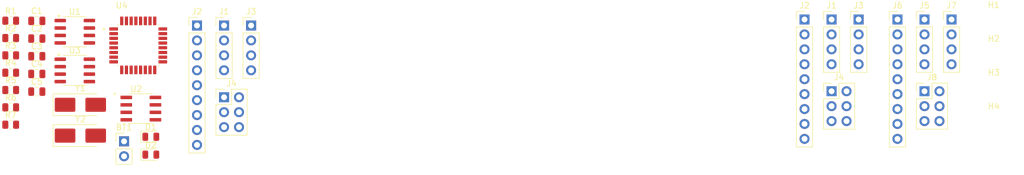
<source format=kicad_pcb>
(kicad_pcb (version 20241229) (generator "pcbnew") (generator_version "9.0")
  (title_block (title "MCU Datalogger") (rev "1") (company "Echapare, Precious Nedilyn B.") (comment 1 "2-layer PCB version"))
  (layers (0 "F.Cu" mixed) (2 "B.Cu" mixed) (13 "F.Paste" user) (15 "B.Paste" user) (5 "F.SilkS" user "F.Silkscreen") (7 "B.SilkS" user "B.Silkscreen") (1 "F.Mask" user) (3 "B.Mask" user) (25 "Edge.Cuts" user))
  (property "project_precious" "MCU Datalogger with memory and clock")
  (net 0 "")
  (net 1 "Net-(BT1-+)")
  (net 2 "GND")
  (net 3 "Vcc")
  (net 4 "Net-(U4-PB6)")
  (net 5 "Net-(U4-PB7)")
  (net 6 "Net-(U4-AREF)")
  (net 7 "SCK")
  (net 8 "Net-(D1-K)")
  (net 9 "Net-(D2-K)")
  (net 10 "SDA")
  (net 11 "D7")
  (net 12 "D8")
  (net 13 "D6")
  (net 14 "D4")
  (net 15 "D3")
  (net 16 "D2")
  (net 40 "D5")
  (net 41 "RX")
  (net 42 "TX")
  (net 43 "RESET")
  (net 44 "MOSI")
  (net 45 "MISO")
  (net 46 "Net-(U2-~{INTA})")
  (net 47 "Net-(U2-SQW{slash}~INT)")
  (net 48 "SCL")
  (net 49 "Net-(U2-X2)")
  (net 50 "Net-(U2-X1)")
  (footprint "Connector_PinHeader_2.54mm:PinHeader_1x04_P2.54mm_Vertical" (layer "F.Cu") (at 114.955 46.445)
    (property "Reference" "J3" (at 0 -2.38 0) (layer "F.SilkS"))
    (property "Value" "Conn_01x04_Male")
    (fp_line (start -1.38 -1.38) (end 0 -1.38) (stroke (width 0.12)) (layer "F.SilkS"))
    (fp_line (start -1.38 0) (end -1.38 -1.38) (stroke (width 0.12)) (layer "F.SilkS"))
    (fp_line (start -1.38 1.27) (end -1.38 9) (stroke (width 0.12)) (layer "F.SilkS"))
    (fp_line (start -1.38 1.27) (end 1.38 1.27) (stroke (width 0.12)) (layer "F.SilkS"))
    (fp_line (start -1.38 9) (end 1.38 9) (stroke (width 0.12)) (layer "F.SilkS"))
    (fp_line (start 1.38 1.27) (end 1.38 9) (stroke (width 0.12)) (layer "F.SilkS"))
    (pad "1" thru_hole rect (at 0 0) (size 1.7 1.7) (drill 1) (layers "*.Cu" "*.Mask"))
    (pad "2" thru_hole circle (at 0 2.54) (size 1.7 1.7) (drill 1) (layers "*.Cu" "*.Mask"))
    (pad "3" thru_hole circle (at 0 5.08) (size 1.7 1.7) (drill 1) (layers "*.Cu" "*.Mask"))
    (pad "4" thru_hole circle (at 0 7.62) (size 1.7 1.7) (drill 1) (layers "*.Cu" "*.Mask"))
  )
  (footprint "Connector_PinHeader_2.54mm:PinHeader_2x03_P2.54mm_Vertical" (layer "F.Cu") (at 229.24 57.63)
    (property "Reference" "J8" (at 1.27 -2.38 0) (layer "F.SilkS"))
    (property "Value" "Conn_02x03_Odd_Even")
    (fp_line (start -1.38 -1.38) (end 0 -1.38) (stroke (width 0.12)) (layer "F.SilkS"))
    (fp_line (start -1.38 0) (end -1.38 -1.38) (stroke (width 0.12)) (layer "F.SilkS"))
    (fp_line (start -1.38 1.27) (end -1.38 6.46) (stroke (width 0.12)) (layer "F.SilkS"))
    (fp_line (start -1.38 1.27) (end 1.27 1.27) (stroke (width 0.12)) (layer "F.SilkS"))
    (fp_line (start -1.38 6.46) (end 3.92 6.46) (stroke (width 0.12)) (layer "F.SilkS"))
    (fp_line (start 1.27 -1.38) (end 3.92 -1.38) (stroke (width 0.12)) (layer "F.SilkS"))
    (fp_line (start 1.27 1.27) (end 1.27 -1.38) (stroke (width 0.12)) (layer "F.SilkS"))
    (fp_line (start 3.92 -1.38) (end 3.92 6.46) (stroke (width 0.12)) (layer "F.SilkS"))
    (pad "1" thru_hole rect (at 0 0) (size 1.7 1.7) (drill 1) (layers "*.Cu" "*.Mask") (net 45 "MISO"))
    (pad "2" thru_hole circle (at 2.54 0) (size 1.7 1.7) (drill 1) (layers "*.Cu" "*.Mask") (net 3 "Vcc"))
    (pad "3" thru_hole circle (at 0 2.54) (size 1.7 1.7) (drill 1) (layers "*.Cu" "*.Mask") (net 7 "SCK"))
    (pad "4" thru_hole circle (at 2.54 2.54) (size 1.7 1.7) (drill 1) (layers "*.Cu" "*.Mask") (net 44 "MOSI"))
    (pad "5" thru_hole circle (at 0 5.08) (size 1.7 1.7) (drill 1) (layers "*.Cu" "*.Mask") (net 43 "RESET"))
    (pad "6" thru_hole circle (at 2.54 5.08) (size 1.7 1.7) (drill 1) (layers "*.Cu" "*.Mask") (net 2 "GND"))
  )
  (footprint "Resistor_SMD:R_0805_2012Metric" (layer "F.Cu") (at 74.155 57.425)
    (property "Reference" "R5" (at 0 -1.65 0) (layer "F.SilkS"))
    (property "Value" "330")
    (fp_line (start -0.227064 -0.735) (end 0.227064 -0.735) (stroke (width 0.12)) (layer "F.SilkS"))
    (fp_line (start -0.227064 0.735) (end 0.227064 0.735) (stroke (width 0.12)) (layer "F.SilkS"))
    (pad "1" smd roundrect (at -0.9125 0) (size 1.025 1.4) (layers "F.Cu" "F.Mask" "F.Paste") (roundrect_rratio 0.243902) (net 2 "GND"))
    (pad "2" smd roundrect (at 0.9125 0) (size 1.025 1.4) (layers "F.Cu" "F.Mask" "F.Paste") (roundrect_rratio 0.243902) (net 8 "Net-(D1-K)"))
  )
  (footprint "ATMEGA328P_AU:QFP80P900X900X120-32N" (layer "F.Cu") (at 95.8 49.83)
    (property "Reference" "U4" (at -2.795 -6.79 0) (layer "F.SilkS"))
    (property "Value" "ATMEGA328P-AU")
    (fp_line (start -3.5 -3.5) (end -3.5 -3.395) (stroke (width 0.127)) (layer "F.SilkS"))
    (fp_line (start -3.5 -3.5) (end -3.395 -3.5) (stroke (width 0.127)) (layer "F.SilkS"))
    (fp_line (start -3.5 3.5) (end -3.5 3.395) (stroke (width 0.127)) (layer "F.SilkS"))
    (fp_line (start -3.5 3.5) (end -3.395 3.5) (stroke (width 0.127)) (layer "F.SilkS"))
    (fp_line (start 3.5 -3.5) (end 3.395 -3.5) (stroke (width 0.127)) (layer "F.SilkS"))
    (fp_line (start 3.5 -3.5) (end 3.5 -3.395) (stroke (width 0.127)) (layer "F.SilkS"))
    (fp_line (start 3.5 3.5) (end 3.395 3.5) (stroke (width 0.127)) (layer "F.SilkS"))
    (fp_line (start 3.5 3.5) (end 3.5 3.395) (stroke (width 0.127)) (layer "F.SilkS"))
    (fp_circle (center -5.84 -2.8) (end -5.74 -2.8) (stroke (width 0.2)) (fill no) (layer "F.SilkS"))
    (pad "1" smd roundrect (at -4.17 -2.8) (size 1.47 0.55) (layers "F.Cu" "F.Mask" "F.Paste") (roundrect_rratio 0.125) (net 15 "D3"))
    (pad "2" smd roundrect (at -4.17 -2) (size 1.47 0.55) (layers "F.Cu" "F.Mask" "F.Paste") (roundrect_rratio 0.125) (net 14 "D4"))
    (pad "3" smd roundrect (at -4.17 -1.2) (size 1.47 0.55) (layers "F.Cu" "F.Mask" "F.Paste") (roundrect_rratio 0.125) (net 2 "GND"))
    (pad "4" smd roundrect (at -4.17 -0.4) (size 1.47 0.55) (layers "F.Cu" "F.Mask" "F.Paste") (roundrect_rratio 0.125) (net 1 "Net-(BT1-+)"))
    (pad "5" smd roundrect (at -4.17 0.4) (size 1.47 0.55) (layers "F.Cu" "F.Mask" "F.Paste") (roundrect_rratio 0.125) (net 2 "GND"))
    (pad "6" smd roundrect (at -4.17 1.2) (size 1.47 0.55) (layers "F.Cu" "F.Mask" "F.Paste") (roundrect_rratio 0.125))
    (pad "7" smd roundrect (at -4.17 2) (size 1.47 0.55) (layers "F.Cu" "F.Mask" "F.Paste") (roundrect_rratio 0.125) (net 4 "Net-(U4-PB6)"))
    (pad "8" smd roundrect (at -4.17 2.8) (size 1.47 0.55) (layers "F.Cu" "F.Mask" "F.Paste") (roundrect_rratio 0.125) (net 5 "Net-(U4-PB7)"))
    (pad "9" smd roundrect (at -2.8 4.17) (size 0.55 1.47) (layers "F.Cu" "F.Mask" "F.Paste") (roundrect_rratio 0.125) (net 40 "D5"))
    (pad "10" smd roundrect (at -2 4.17) (size 0.55 1.47) (layers "F.Cu" "F.Mask" "F.Paste") (roundrect_rratio 0.125) (net 13 "D6"))
    (pad "11" smd roundrect (at -1.2 4.17) (size 0.55 1.47) (layers "F.Cu" "F.Mask" "F.Paste") (roundrect_rratio 0.125) (net 11 "D7"))
    (pad "12" smd roundrect (at -0.4 4.17) (size 0.55 1.47) (layers "F.Cu" "F.Mask" "F.Paste") (roundrect_rratio 0.125) (net 12 "D8"))
    (pad "13" smd roundrect (at 0.4 4.17) (size 0.55 1.47) (layers "F.Cu" "F.Mask" "F.Paste") (roundrect_rratio 0.125))
    (pad "14" smd roundrect (at 1.2 4.17) (size 0.55 1.47) (layers "F.Cu" "F.Mask" "F.Paste") (roundrect_rratio 0.125))
    (pad "15" smd roundrect (at 2 4.17) (size 0.55 1.47) (layers "F.Cu" "F.Mask" "F.Paste") (roundrect_rratio 0.125) (net 44 "MOSI"))
    (pad "16" smd roundrect (at 2.8 4.17) (size 0.55 1.47) (layers "F.Cu" "F.Mask" "F.Paste") (roundrect_rratio 0.125) (net 45 "MISO"))
    (pad "17" smd roundrect (at 4.17 2.8) (size 1.47 0.55) (layers "F.Cu" "F.Mask" "F.Paste") (roundrect_rratio 0.125) (net 7 "SCK"))
    (pad "18" smd roundrect (at 4.17 2) (size 1.47 0.55) (layers "F.Cu" "F.Mask" "F.Paste") (roundrect_rratio 0.125) (net 1 "Net-(BT1-+)"))
    (pad "19" smd roundrect (at 4.17 1.2) (size 1.47 0.55) (layers "F.Cu" "F.Mask" "F.Paste") (roundrect_rratio 0.125))
    (pad "20" smd roundrect (at 4.17 0.4) (size 1.47 0.55) (layers "F.Cu" "F.Mask" "F.Paste") (roundrect_rratio 0.125) (net 6 "Net-(U4-AREF)"))
    (pad "21" smd roundrect (at 4.17 -0.4) (size 1.47 0.55) (layers "F.Cu" "F.Mask" "F.Paste") (roundrect_rratio 0.125) (net 2 "GND"))
    (pad "22" smd roundrect (at 4.17 -1.2) (size 1.47 0.55) (layers "F.Cu" "F.Mask" "F.Paste") (roundrect_rratio 0.125))
    (pad "23" smd roundrect (at 4.17 -2) (size 1.47 0.55) (layers "F.Cu" "F.Mask" "F.Paste") (roundrect_rratio 0.125))
    (pad "24" smd roundrect (at 4.17 -2.8) (size 1.47 0.55) (layers "F.Cu" "F.Mask" "F.Paste") (roundrect_rratio 0.125))
    (pad "25" smd roundrect (at 2.8 -4.17) (size 0.55 1.47) (layers "F.Cu" "F.Mask" "F.Paste") (roundrect_rratio 0.125))
    (pad "26" smd roundrect (at 2 -4.17) (size 0.55 1.47) (layers "F.Cu" "F.Mask" "F.Paste") (roundrect_rratio 0.125))
    (pad "27" smd roundrect (at 1.2 -4.17) (size 0.55 1.47) (layers "F.Cu" "F.Mask" "F.Paste") (roundrect_rratio 0.125) (net 10 "SDA"))
    (pad "28" smd roundrect (at 0.4 -4.17) (size 0.55 1.47) (layers "F.Cu" "F.Mask" "F.Paste") (roundrect_rratio 0.125) (net 7 "SCK"))
    (pad "29" smd roundrect (at -0.4 -4.17) (size 0.55 1.47) (layers "F.Cu" "F.Mask" "F.Paste") (roundrect_rratio 0.125) (net 43 "RESET"))
    (pad "30" smd roundrect (at -1.2 -4.17) (size 0.55 1.47) (layers "F.Cu" "F.Mask" "F.Paste") (roundrect_rratio 0.125) (net 41 "RX"))
    (pad "31" smd roundrect (at -2 -4.17) (size 0.55 1.47) (layers "F.Cu" "F.Mask" "F.Paste") (roundrect_rratio 0.125) (net 42 "TX"))
    (pad "32" smd roundrect (at -2.8 -4.17) (size 0.55 1.47) (layers "F.Cu" "F.Mask" "F.Paste") (roundrect_rratio 0.125) (net 16 "D2"))
  )
  (footprint "LED_SMD:LED_0805_2012Metric" (layer "F.Cu") (at 97.935 65.38)
    (property "Reference" "D1" (at 0 -1.65 0) (layer "F.SilkS"))
    (property "Value" "LED")
    (fp_line (start -1.685 -0.96) (end -1.685 0.96) (stroke (width 0.12)) (layer "F.SilkS"))
    (fp_line (start -1.685 0.96) (end 1 0.96) (stroke (width 0.12)) (layer "F.SilkS"))
    (fp_line (start 1 -0.96) (end -1.685 -0.96) (stroke (width 0.12)) (layer "F.SilkS"))
    (pad "1" smd roundrect (at -0.9375 0) (size 0.975 1.4) (layers "F.Cu" "F.Mask" "F.Paste") (net 8 "Net-(D1-K)"))
    (pad "2" smd roundrect (at 0.9375 0) (size 0.975 1.4) (layers "F.Cu" "F.Mask" "F.Paste") (net 7 "SCK"))
  )
  (footprint "Resistor_SMD:R_0805_2012Metric" (layer "F.Cu") (at 74.155 51.525)
    (property "Reference" "R3" (at 0 -1.65 0) (layer "F.SilkS"))
    (property "Value" "4.7K")
    (fp_line (start -0.227064 -0.735) (end 0.227064 -0.735) (stroke (width 0.12)) (layer "F.SilkS"))
    (fp_line (start -0.227064 0.735) (end 0.227064 0.735) (stroke (width 0.12)) (layer "F.SilkS"))
    (pad "1" smd roundrect (at -0.9125 0) (size 1.025 1.4) (layers "F.Cu" "F.Mask" "F.Paste") (roundrect_rratio 0.243902) (net 3 "Vcc"))
    (pad "2" smd roundrect (at 0.9125 0) (size 1.025 1.4) (layers "F.Cu" "F.Mask" "F.Paste") (roundrect_rratio 0.243902) (net 7 "SCK"))
  )
  (footprint "LED_SMD:LED_0805_2012Metric" (layer "F.Cu") (at 97.935 68.42)
    (property "Reference" "D2" (at 0 -1.65 0) (layer "F.SilkS"))
    (property "Value" "LED")
    (fp_line (start -1.685 -0.96) (end -1.685 0.96) (stroke (width 0.12)) (layer "F.SilkS"))
    (fp_line (start -1.685 0.96) (end 1 0.96) (stroke (width 0.12)) (layer "F.SilkS"))
    (fp_line (start 1 -0.96) (end -1.685 -0.96) (stroke (width 0.12)) (layer "F.SilkS"))
    (pad "1" smd roundrect (at -0.9375 0) (size 0.975 1.4) (layers "F.Cu" "F.Mask" "F.Paste") (net 9 "Net-(D2-K)"))
    (pad "2" smd roundrect (at 0.9375 0) (size 0.975 1.4) (layers "F.Cu" "F.Mask" "F.Paste") (net 1 "Net-(BT1-+)"))
  )
  (footprint "Connector_PinHeader_2.54mm:PinHeader_2x03_P2.54mm_Vertical" (layer "F.Cu") (at 213.47 57.63)
    (property "Reference" "J4" (at 1.27 -2.38 0) (layer "F.SilkS"))
    (property "Value" "Conn_02x03_Odd_Even")
    (fp_line (start -1.38 -1.38) (end 0 -1.38) (stroke (width 0.12)) (layer "F.SilkS"))
    (fp_line (start -1.38 0) (end -1.38 -1.38) (stroke (width 0.12)) (layer "F.SilkS"))
    (fp_line (start -1.38 1.27) (end -1.38 6.46) (stroke (width 0.12)) (layer "F.SilkS"))
    (fp_line (start -1.38 1.27) (end 1.27 1.27) (stroke (width 0.12)) (layer "F.SilkS"))
    (fp_line (start -1.38 6.46) (end 3.92 6.46) (stroke (width 0.12)) (layer "F.SilkS"))
    (fp_line (start 1.27 -1.38) (end 3.92 -1.38) (stroke (width 0.12)) (layer "F.SilkS"))
    (fp_line (start 1.27 1.27) (end 1.27 -1.38) (stroke (width 0.12)) (layer "F.SilkS"))
    (fp_line (start 3.92 -1.38) (end 3.92 6.46) (stroke (width 0.12)) (layer "F.SilkS"))
    (pad "1" thru_hole rect (at 0 0) (size 1.7 1.7) (drill 1) (layers "*.Cu" "*.Mask") (net 45 "MISO"))
    (pad "2" thru_hole circle (at 2.54 0) (size 1.7 1.7) (drill 1) (layers "*.Cu" "*.Mask") (net 3 "Vcc"))
    (pad "3" thru_hole circle (at 0 2.54) (size 1.7 1.7) (drill 1) (layers "*.Cu" "*.Mask") (net 7 "SCK"))
    (pad "4" thru_hole circle (at 2.54 2.54) (size 1.7 1.7) (drill 1) (layers "*.Cu" "*.Mask") (net 44 "MOSI"))
    (pad "5" thru_hole circle (at 0 5.08) (size 1.7 1.7) (drill 1) (layers "*.Cu" "*.Mask") (net 43 "RESET"))
    (pad "6" thru_hole circle (at 2.54 5.08) (size 1.7 1.7) (drill 1) (layers "*.Cu" "*.Mask") (net 2 "GND"))
  )
  (footprint "Resistor_SMD:R_0805_2012Metric" (layer "F.Cu") (at 74.155 63.325)
    (property "Reference" "R7" (at 0 -1.65 0) (layer "F.SilkS"))
    (property "Value" "330")
    (fp_line (start -0.227064 -0.735) (end 0.227064 -0.735) (stroke (width 0.12)) (layer "F.SilkS"))
    (fp_line (start -0.227064 0.735) (end 0.227064 0.735) (stroke (width 0.12)) (layer "F.SilkS"))
    (pad "1" smd roundrect (at -0.9125 0) (size 1.025 1.4) (layers "F.Cu" "F.Mask" "F.Paste") (roundrect_rratio 0.243902) (net 9 "Net-(D2-K)"))
    (pad "2" smd roundrect (at 0.9125 0) (size 1.025 1.4) (layers "F.Cu" "F.Mask" "F.Paste") (roundrect_rratio 0.243902) (net 2 "GND"))
  )
  (footprint "Resistor_SMD:R_0805_2012Metric" (layer "F.Cu") (at 74.155 45.625)
    (property "Reference" "R1" (at 0 -1.65 0) (layer "F.SilkS"))
    (property "Value" "10K")
    (fp_line (start -0.227064 -0.735) (end 0.227064 -0.735) (stroke (width 0.12)) (layer "F.SilkS"))
    (fp_line (start -0.227064 0.735) (end 0.227064 0.735) (stroke (width 0.12)) (layer "F.SilkS"))
    (pad "1" smd roundrect (at -0.9125 0) (size 1.025 1.4) (layers "F.Cu" "F.Mask" "F.Paste") (roundrect_rratio 0.243902) (net 3 "Vcc"))
    (pad "2" smd roundrect (at 0.9125 0) (size 1.025 1.4) (layers "F.Cu" "F.Mask" "F.Paste") (roundrect_rratio 0.243902) (net 46 "Net-(U2-~{INTA})"))
  )
  (footprint "Resistor_SMD:R_0805_2012Metric" (layer "F.Cu") (at 74.155 60.375)
    (property "Reference" "R6" (at 0 -1.65 0) (layer "F.SilkS"))
    (property "Value" "10K")
    (fp_line (start -0.227064 -0.735) (end 0.227064 -0.735) (stroke (width 0.12)) (layer "F.SilkS"))
    (fp_line (start -0.227064 0.735) (end 0.227064 0.735) (stroke (width 0.12)) (layer "F.SilkS"))
    (pad "1" smd roundrect (at -0.9125 0) (size 1.025 1.4) (layers "F.Cu" "F.Mask" "F.Paste") (roundrect_rratio 0.243902) (net 3 "Vcc"))
    (pad "2" smd roundrect (at 0.9125 0) (size 1.025 1.4) (layers "F.Cu" "F.Mask" "F.Paste") (roundrect_rratio 0.243902) (net 43 "RESET"))
  )
  (footprint "Crystal:Crystal_SMD_5032-2Pin_5.0x3.2mm_HandSoldering" (layer "F.Cu") (at 85.98 59.935)
    (property "Reference" "Y1" (at 0 -2.8 0) (layer "F.SilkS"))
    (property "Value" "32.768 KHz")
    (fp_line (start -4.61 -1.86) (end -4.61 1.86) (stroke (width 0.12)) (layer "F.SilkS"))
    (fp_line (start -4.61 1.86) (end 2.76 1.86) (stroke (width 0.12)) (layer "F.SilkS"))
    (fp_line (start 2.76 -1.86) (end -4.61 -1.86) (stroke (width 0.12)) (layer "F.SilkS"))
    (pad "1" smd roundrect (at -2.6 0) (size 3.5 2.4) (layers "F.Cu" "F.Mask" "F.Paste") (roundrect_rratio 0.104167) (net 49 "Net-(U2-X2)"))
    (pad "2" smd roundrect (at 2.6 0) (size 3.5 2.4) (layers "F.Cu" "F.Mask" "F.Paste") (roundrect_rratio 0.104167) (net 50 "Net-(U2-X1)"))
  )
  (footprint "Connector_PinHeader_2.54mm:PinHeader_1x04_P2.54mm_Vertical" (layer "F.Cu") (at 229.24 45.42)
    (property "Reference" "J5" (at 0 -2.38 0) (layer "F.SilkS"))
    (property "Value" "Conn_01x04_Male")
    (fp_line (start -1.38 -1.38) (end 0 -1.38) (stroke (width 0.12)) (layer "F.SilkS"))
    (fp_line (start -1.38 0) (end -1.38 -1.38) (stroke (width 0.12)) (layer "F.SilkS"))
    (fp_line (start -1.38 1.27) (end -1.38 9) (stroke (width 0.12)) (layer "F.SilkS"))
    (fp_line (start -1.38 1.27) (end 1.38 1.27) (stroke (width 0.12)) (layer "F.SilkS"))
    (fp_line (start -1.38 9) (end 1.38 9) (stroke (width 0.12)) (layer "F.SilkS"))
    (fp_line (start 1.38 1.27) (end 1.38 9) (stroke (width 0.12)) (layer "F.SilkS"))
    (pad "1" thru_hole rect (at 0 0) (size 1.7 1.7) (drill 1) (layers "*.Cu" "*.Mask") (net 2 "GND"))
    (pad "2" thru_hole circle (at 0 2.54) (size 1.7 1.7) (drill 1) (layers "*.Cu" "*.Mask") (net 3 "Vcc"))
    (pad "3" thru_hole circle (at 0 5.08) (size 1.7 1.7) (drill 1) (layers "*.Cu" "*.Mask") (net 10 "SDA"))
    (pad "4" thru_hole circle (at 0 7.62) (size 1.7 1.7) (drill 1) (layers "*.Cu" "*.Mask") (net 7 "SCK"))
  )
  (footprint "Capacitor_SMD:C_0805_2012Metric" (layer "F.Cu") (at 78.585 48.665)
    (property "Reference" "C2" (at 0 -1.68 0) (layer "F.SilkS"))
    (property "Value" "22pF")
    (fp_line (start -0.261252 -0.735) (end 0.261252 -0.735) (stroke (width 0.12)) (layer "F.SilkS"))
    (fp_line (start -0.261252 0.735) (end 0.261252 0.735) (stroke (width 0.12)) (layer "F.SilkS"))
    (pad "1" smd roundrect (at -0.95 0) (size 1 1.45) (layers "F.Cu" "F.Mask" "F.Paste") (net 4 "Net-(U4-PB6)"))
    (pad "2" smd roundrect (at 0.95 0) (size 1 1.45) (layers "F.Cu" "F.Mask" "F.Paste") (net 2 "GND"))
  )
  (footprint "Connector_PinHeader_2.54mm:PinHeader_1x09_P2.54mm_Vertical" (layer "F.Cu") (at 105.775 46.445)
    (property "Reference" "J2" (at 0 -2.38 0) (layer "F.SilkS"))
    (property "Value" "Conn_01x09_Male")
    (fp_line (start -1.38 -1.38) (end 0 -1.38) (stroke (width 0.12)) (layer "F.SilkS"))
    (fp_line (start -1.38 0) (end -1.38 -1.38) (stroke (width 0.12)) (layer "F.SilkS"))
    (fp_line (start -1.38 1.27) (end -1.38 21.7) (stroke (width 0.12)) (layer "F.SilkS"))
    (fp_line (start -1.38 1.27) (end 1.38 1.27) (stroke (width 0.12)) (layer "F.SilkS"))
    (fp_line (start -1.38 21.7) (end 1.38 21.7) (stroke (width 0.12)) (layer "F.SilkS"))
    (fp_line (start 1.38 1.27) (end 1.38 21.7) (stroke (width 0.12)) (layer "F.SilkS"))
    (pad "1" thru_hole rect (at 0 0) (size 1.7 1.7) (drill 1) (layers "*.Cu" "*.Mask"))
    (pad "2" thru_hole circle (at 0 2.54) (size 1.7 1.7) (drill 1) (layers "*.Cu" "*.Mask"))
    (pad "3" thru_hole circle (at 0 5.08) (size 1.7 1.7) (drill 1) (layers "*.Cu" "*.Mask"))
    (pad "4" thru_hole circle (at 0 7.62) (size 1.7 1.7) (drill 1) (layers "*.Cu" "*.Mask"))
    (pad "5" thru_hole circle (at 0 10.16) (size 1.7 1.7) (drill 1) (layers "*.Cu" "*.Mask"))
    (pad "6" thru_hole circle (at 0 12.7) (size 1.7 1.7) (drill 1) (layers "*.Cu" "*.Mask"))
    (pad "7" thru_hole circle (at 0 15.24) (size 1.7 1.7) (drill 1) (layers "*.Cu" "*.Mask"))
    (pad "8" thru_hole circle (at 0 17.78) (size 1.7 1.7) (drill 1) (layers "*.Cu" "*.Mask"))
    (pad "9" thru_hole circle (at 0 20.32) (size 1.7 1.7) (drill 1) (layers "*.Cu" "*.Mask"))
  )
  (footprint "MountingHole:MountingHole_2.1mm" (layer "F.Cu") (at 241 51.75)
    (property "Reference" "H2" (at 0 -3.05 0) (layer "F.SilkS"))
    (property "Value" "MountingHole")
    (pad "" np_thru_hole circle (at 0 0) (size 2.1 2.1) (drill 2.1) (layers "*.Cu" "*.Mask"))
  )
  (footprint "Crystal:Crystal_SMD_5032-2Pin_5.0x3.2mm_HandSoldering" (layer "F.Cu") (at 85.98 65.185)
    (property "Reference" "Y2" (at 0 -2.8 0) (layer "F.SilkS"))
    (property "Value" "16 MHz")
    (fp_line (start -4.61 -1.86) (end -4.61 1.86) (stroke (width 0.12)) (layer "F.SilkS"))
    (fp_line (start -4.61 1.86) (end 2.76 1.86) (stroke (width 0.12)) (layer "F.SilkS"))
    (fp_line (start 2.76 -1.86) (end -4.61 -1.86) (stroke (width 0.12)) (layer "F.SilkS"))
    (pad "1" smd roundrect (at -2.6 0) (size 3.5 2.4) (layers "F.Cu" "F.Mask" "F.Paste") (roundrect_rratio 0.104167) (net 5 "Net-(U4-PB7)"))
    (pad "2" smd roundrect (at 2.6 0) (size 3.5 2.4) (layers "F.Cu" "F.Mask" "F.Paste") (roundrect_rratio 0.104167) (net 4 "Net-(U4-PB6)"))
  )
  (footprint "Resistor_SMD:R_0805_2012Metric" (layer "F.Cu") (at 74.155 48.575)
    (property "Reference" "R2" (at 0 -1.65 0) (layer "F.SilkS"))
    (property "Value" "10K")
    (fp_line (start -0.227064 -0.735) (end 0.227064 -0.735) (stroke (width 0.12)) (layer "F.SilkS"))
    (fp_line (start -0.227064 0.735) (end 0.227064 0.735) (stroke (width 0.12)) (layer "F.SilkS"))
    (pad "1" smd roundrect (at -0.9125 0) (size 1.025 1.4) (layers "F.Cu" "F.Mask" "F.Paste") (roundrect_rratio 0.243902) (net 3 "Vcc"))
    (pad "2" smd roundrect (at 0.9125 0) (size 1.025 1.4) (layers "F.Cu" "F.Mask" "F.Paste") (roundrect_rratio 0.243902) (net 47 "Net-(U2-SQW{slash}~INT)"))
  )
  (footprint "MountingHole:MountingHole_2.1mm" (layer "F.Cu") (at 241 57.5)
    (property "Reference" "H3" (at 0 -3.05 0) (layer "F.SilkS"))
    (property "Value" "MountingHole")
    (pad "" np_thru_hole circle (at 0 0) (size 2.1 2.1) (drill 2.1) (layers "*.Cu" "*.Mask"))
  )
  (footprint "Connector_PinHeader_2.54mm:PinHeader_1x02_P2.54mm_Vertical" (layer "F.Cu") (at 93.395 66.155)
    (property "Reference" "BT1" (at 0 -2.38 0) (layer "F.SilkS"))
    (property "Value" "Battery")
    (fp_line (start -1.38 -1.38) (end 0 -1.38) (stroke (width 0.12)) (layer "F.SilkS"))
    (fp_line (start -1.38 0) (end -1.38 -1.38) (stroke (width 0.12)) (layer "F.SilkS"))
    (fp_line (start -1.38 1.27) (end -1.38 3.92) (stroke (width 0.12)) (layer "F.SilkS"))
    (fp_line (start -1.38 1.27) (end 1.38 1.27) (stroke (width 0.12)) (layer "F.SilkS"))
    (fp_line (start -1.38 3.92) (end 1.38 3.92) (stroke (width 0.12)) (layer "F.SilkS"))
    (fp_line (start 1.38 1.27) (end 1.38 3.92) (stroke (width 0.12)) (layer "F.SilkS"))
    (pad "1" thru_hole rect (at 0 0) (size 1.7 1.7) (drill 1) (layers "*.Cu" "*.Mask") (net 1 "Net-(BT1-+)"))
    (pad "2" thru_hole circle (at 0 2.54) (size 1.7 1.7) (drill 1) (layers "*.Cu" "*.Mask") (net 2 "GND"))
  )
  (footprint "Connector_PinHeader_2.54mm:PinHeader_1x04_P2.54mm_Vertical" (layer "F.Cu") (at 110.365 46.445)
    (property "Reference" "J1" (at 0 -2.38 0) (layer "F.SilkS"))
    (property "Value" "Conn_01x04_Male")
    (fp_line (start -1.38 -1.38) (end 0 -1.38) (stroke (width 0.12)) (layer "F.SilkS"))
    (fp_line (start -1.38 0) (end -1.38 -1.38) (stroke (width 0.12)) (layer "F.SilkS"))
    (fp_line (start -1.38 1.27) (end -1.38 9) (stroke (width 0.12)) (layer "F.SilkS"))
    (fp_line (start -1.38 1.27) (end 1.38 1.27) (stroke (width 0.12)) (layer "F.SilkS"))
    (fp_line (start -1.38 9) (end 1.38 9) (stroke (width 0.12)) (layer "F.SilkS"))
    (fp_line (start 1.38 1.27) (end 1.38 9) (stroke (width 0.12)) (layer "F.SilkS"))
    (pad "1" thru_hole rect (at 0 0) (size 1.7 1.7) (drill 1) (layers "*.Cu" "*.Mask"))
    (pad "2" thru_hole circle (at 0 2.54) (size 1.7 1.7) (drill 1) (layers "*.Cu" "*.Mask"))
    (pad "3" thru_hole circle (at 0 5.08) (size 1.7 1.7) (drill 1) (layers "*.Cu" "*.Mask"))
    (pad "4" thru_hole circle (at 0 7.62) (size 1.7 1.7) (drill 1) (layers "*.Cu" "*.Mask"))
  )
  (footprint "Connector_PinHeader_2.54mm:PinHeader_1x09_P2.54mm_Vertical" (layer "F.Cu") (at 208.88 45.42)
    (property "Reference" "J2" (at 0 -2.38 0) (layer "F.SilkS"))
    (property "Value" "Conn_01x09_Male")
    (fp_line (start -1.38 -1.38) (end 0 -1.38) (stroke (width 0.12)) (layer "F.SilkS"))
    (fp_line (start -1.38 0) (end -1.38 -1.38) (stroke (width 0.12)) (layer "F.SilkS"))
    (fp_line (start -1.38 1.27) (end -1.38 21.7) (stroke (width 0.12)) (layer "F.SilkS"))
    (fp_line (start -1.38 1.27) (end 1.38 1.27) (stroke (width 0.12)) (layer "F.SilkS"))
    (fp_line (start -1.38 21.7) (end 1.38 21.7) (stroke (width 0.12)) (layer "F.SilkS"))
    (fp_line (start 1.38 1.27) (end 1.38 21.7) (stroke (width 0.12)) (layer "F.SilkS"))
    (pad "1" thru_hole rect (at 0 0) (size 1.7 1.7) (drill 1) (layers "*.Cu" "*.Mask") (net 16 "D2"))
    (pad "2" thru_hole circle (at 0 2.54) (size 1.7 1.7) (drill 1) (layers "*.Cu" "*.Mask") (net 15 "D3"))
    (pad "3" thru_hole circle (at 0 5.08) (size 1.7 1.7) (drill 1) (layers "*.Cu" "*.Mask") (net 14 "D4"))
    (pad "4" thru_hole circle (at 0 7.62) (size 1.7 1.7) (drill 1) (layers "*.Cu" "*.Mask") (net 40 "D5"))
    (pad "5" thru_hole circle (at 0 10.16) (size 1.7 1.7) (drill 1) (layers "*.Cu" "*.Mask") (net 13 "D6"))
    (pad "6" thru_hole circle (at 0 12.7) (size 1.7 1.7) (drill 1) (layers "*.Cu" "*.Mask") (net 11 "D7"))
    (pad "7" thru_hole circle (at 0 15.24) (size 1.7 1.7) (drill 1) (layers "*.Cu" "*.Mask") (net 12 "D8"))
    (pad "8" thru_hole circle (at 0 17.78) (size 1.7 1.7) (drill 1) (layers "*.Cu" "*.Mask") (net 2 "GND"))
    (pad "9" thru_hole circle (at 0 20.32) (size 1.7 1.7) (drill 1) (layers "*.Cu" "*.Mask") (net 3 "Vcc"))
  )
  (footprint "MountingHole:MountingHole_2.1mm" (layer "F.Cu") (at 241 63.25)
    (property "Reference" "H4" (at 0 -3.05 0) (layer "F.SilkS"))
    (property "Value" "MountingHole")
    (pad "" np_thru_hole circle (at 0 0) (size 2.1 2.1) (drill 2.1) (layers "*.Cu" "*.Mask"))
  )
  (footprint "Package_SO:SOIC-8_3.9x4.9mm_P1.27mm" (layer "F.Cu") (at 85.035 47.505)
    (property "Reference" "U1" (at 0 -3.4 0) (layer "F.SilkS"))
    (property "Value" "24LC1025")
    (fp_line (start 0 -2.56) (end -1.95 -2.56) (stroke (width 0.12)) (layer "F.SilkS"))
    (fp_line (start 0 -2.56) (end 1.95 -2.56) (stroke (width 0.12)) (layer "F.SilkS"))
    (fp_line (start 0 2.56) (end -1.95 2.56) (stroke (width 0.12)) (layer "F.SilkS"))
    (fp_line (start 0 2.56) (end 1.95 2.56) (stroke (width 0.12)) (layer "F.SilkS"))
    (fp_poly (pts (xy -2.7 -2.465) (xy -2.94 -2.795) (xy -2.46 -2.795)) (stroke (width 0.12)) (fill yes) (layer "F.SilkS"))
    (pad "1" smd roundrect (at -2.475 -1.905) (size 1.95 0.6) (layers "F.Cu" "F.Mask" "F.Paste") (net 3 "Vcc"))
    (pad "2" smd roundrect (at -2.475 -0.635) (size 1.95 0.6) (layers "F.Cu" "F.Mask" "F.Paste") (net 3 "Vcc"))
    (pad "3" smd roundrect (at -2.475 0.635) (size 1.95 0.6) (layers "F.Cu" "F.Mask" "F.Paste") (net 3 "Vcc"))
    (pad "4" smd roundrect (at -2.475 1.905) (size 1.95 0.6) (layers "F.Cu" "F.Mask" "F.Paste") (net 2 "GND"))
    (pad "5" smd roundrect (at 2.475 1.905) (size 1.95 0.6) (layers "F.Cu" "F.Mask" "F.Paste") (net 10 "SDA"))
    (pad "6" smd roundrect (at 2.475 0.635) (size 1.95 0.6) (layers "F.Cu" "F.Mask" "F.Paste") (net 48 "SCL"))
    (pad "7" smd roundrect (at 2.475 -0.635) (size 1.95 0.6) (layers "F.Cu" "F.Mask" "F.Paste") (net 2 "GND"))
    (pad "8" smd roundrect (at 2.475 -1.905) (size 1.95 0.6) (layers "F.Cu" "F.Mask" "F.Paste") (net 3 "Vcc"))
  )
  (footprint "Connector_PinHeader_2.54mm:PinHeader_1x04_P2.54mm_Vertical" (layer "F.Cu") (at 233.83 45.42)
    (property "Reference" "J7" (at 0 -2.38 0) (layer "F.SilkS"))
    (property "Value" "Conn_01x04_Male")
    (fp_line (start -1.38 -1.38) (end 0 -1.38) (stroke (width 0.12)) (layer "F.SilkS"))
    (fp_line (start -1.38 0) (end -1.38 -1.38) (stroke (width 0.12)) (layer "F.SilkS"))
    (fp_line (start -1.38 1.27) (end -1.38 9) (stroke (width 0.12)) (layer "F.SilkS"))
    (fp_line (start -1.38 1.27) (end 1.38 1.27) (stroke (width 0.12)) (layer "F.SilkS"))
    (fp_line (start -1.38 9) (end 1.38 9) (stroke (width 0.12)) (layer "F.SilkS"))
    (fp_line (start 1.38 1.27) (end 1.38 9) (stroke (width 0.12)) (layer "F.SilkS"))
    (pad "1" thru_hole rect (at 0 0) (size 1.7 1.7) (drill 1) (layers "*.Cu" "*.Mask") (net 2 "GND"))
    (pad "2" thru_hole circle (at 0 2.54) (size 1.7 1.7) (drill 1) (layers "*.Cu" "*.Mask") (net 3 "Vcc"))
    (pad "3" thru_hole circle (at 0 5.08) (size 1.7 1.7) (drill 1) (layers "*.Cu" "*.Mask") (net 41 "RX"))
    (pad "4" thru_hole circle (at 0 7.62) (size 1.7 1.7) (drill 1) (layers "*.Cu" "*.Mask") (net 42 "TX"))
  )
  (footprint "Capacitor_SMD:C_0805_2012Metric" (layer "F.Cu") (at 78.585 54.685)
    (property "Reference" "C4" (at 0 -1.68 0) (layer "F.SilkS"))
    (property "Value" "0.1uF")
    (fp_line (start -0.261252 -0.735) (end 0.261252 -0.735) (stroke (width 0.12)) (layer "F.SilkS"))
    (fp_line (start -0.261252 0.735) (end 0.261252 0.735) (stroke (width 0.12)) (layer "F.SilkS"))
    (pad "1" smd roundrect (at -0.95 0) (size 1 1.45) (layers "F.Cu" "F.Mask" "F.Paste") (net 2 "GND"))
    (pad "2" smd roundrect (at 0.95 0) (size 1 1.45) (layers "F.Cu" "F.Mask" "F.Paste") (net 6 "Net-(U4-AREF)"))
  )
  (footprint "Connector_PinHeader_2.54mm:PinHeader_2x03_P2.54mm_Vertical" (layer "F.Cu") (at 110.365 58.655)
    (property "Reference" "J4" (at 1.27 -2.38 0) (layer "F.SilkS"))
    (property "Value" "Conn_02x03_Odd_Even")
    (fp_line (start -1.38 -1.38) (end 0 -1.38) (stroke (width 0.12)) (layer "F.SilkS"))
    (fp_line (start -1.38 0) (end -1.38 -1.38) (stroke (width 0.12)) (layer "F.SilkS"))
    (fp_line (start -1.38 1.27) (end -1.38 6.46) (stroke (width 0.12)) (layer "F.SilkS"))
    (fp_line (start -1.38 1.27) (end 1.27 1.27) (stroke (width 0.12)) (layer "F.SilkS"))
    (fp_line (start -1.38 6.46) (end 3.92 6.46) (stroke (width 0.12)) (layer "F.SilkS"))
    (fp_line (start 1.27 -1.38) (end 3.92 -1.38) (stroke (width 0.12)) (layer "F.SilkS"))
    (fp_line (start 1.27 1.27) (end 1.27 -1.38) (stroke (width 0.12)) (layer "F.SilkS"))
    (fp_line (start 3.92 -1.38) (end 3.92 6.46) (stroke (width 0.12)) (layer "F.SilkS"))
    (pad "1" thru_hole rect (at 0 0) (size 1.7 1.7) (drill 1) (layers "*.Cu" "*.Mask"))
    (pad "2" thru_hole circle (at 2.54 0) (size 1.7 1.7) (drill 1) (layers "*.Cu" "*.Mask"))
    (pad "3" thru_hole circle (at 0 2.54) (size 1.7 1.7) (drill 1) (layers "*.Cu" "*.Mask"))
    (pad "4" thru_hole circle (at 2.54 2.54) (size 1.7 1.7) (drill 1) (layers "*.Cu" "*.Mask"))
    (pad "5" thru_hole circle (at 0 5.08) (size 1.7 1.7) (drill 1) (layers "*.Cu" "*.Mask"))
    (pad "6" thru_hole circle (at 2.54 5.08) (size 1.7 1.7) (drill 1) (layers "*.Cu" "*.Mask"))
  )
  (footprint "Connector_PinHeader_2.54mm:PinHeader_1x04_P2.54mm_Vertical" (layer "F.Cu") (at 213.47 45.42)
    (property "Reference" "J1" (at 0 -2.38 0) (layer "F.SilkS"))
    (property "Value" "Conn_01x04_Male")
    (fp_line (start -1.38 -1.38) (end 0 -1.38) (stroke (width 0.12)) (layer "F.SilkS"))
    (fp_line (start -1.38 0) (end -1.38 -1.38) (stroke (width 0.12)) (layer "F.SilkS"))
    (fp_line (start -1.38 1.27) (end -1.38 9) (stroke (width 0.12)) (layer "F.SilkS"))
    (fp_line (start -1.38 1.27) (end 1.38 1.27) (stroke (width 0.12)) (layer "F.SilkS"))
    (fp_line (start -1.38 9) (end 1.38 9) (stroke (width 0.12)) (layer "F.SilkS"))
    (fp_line (start 1.38 1.27) (end 1.38 9) (stroke (width 0.12)) (layer "F.SilkS"))
    (pad "1" thru_hole rect (at 0 0) (size 1.7 1.7) (drill 1) (layers "*.Cu" "*.Mask") (net 2 "GND"))
    (pad "2" thru_hole circle (at 0 2.54) (size 1.7 1.7) (drill 1) (layers "*.Cu" "*.Mask") (net 3 "Vcc"))
    (pad "3" thru_hole circle (at 0 5.08) (size 1.7 1.7) (drill 1) (layers "*.Cu" "*.Mask") (net 10 "SDA"))
    (pad "4" thru_hole circle (at 0 7.62) (size 1.7 1.7) (drill 1) (layers "*.Cu" "*.Mask") (net 7 "SCK"))
  )
  (footprint "Connector_PinHeader_2.54mm:PinHeader_1x04_P2.54mm_Vertical" (layer "F.Cu") (at 218.06 45.42)
    (property "Reference" "J3" (at 0 -2.38 0) (layer "F.SilkS"))
    (property "Value" "Conn_01x04_Male")
    (fp_line (start -1.38 -1.38) (end 0 -1.38) (stroke (width 0.12)) (layer "F.SilkS"))
    (fp_line (start -1.38 0) (end -1.38 -1.38) (stroke (width 0.12)) (layer "F.SilkS"))
    (fp_line (start -1.38 1.27) (end -1.38 9) (stroke (width 0.12)) (layer "F.SilkS"))
    (fp_line (start -1.38 1.27) (end 1.38 1.27) (stroke (width 0.12)) (layer "F.SilkS"))
    (fp_line (start -1.38 9) (end 1.38 9) (stroke (width 0.12)) (layer "F.SilkS"))
    (fp_line (start 1.38 1.27) (end 1.38 9) (stroke (width 0.12)) (layer "F.SilkS"))
    (pad "1" thru_hole rect (at 0 0) (size 1.7 1.7) (drill 1) (layers "*.Cu" "*.Mask") (net 2 "GND"))
    (pad "2" thru_hole circle (at 0 2.54) (size 1.7 1.7) (drill 1) (layers "*.Cu" "*.Mask") (net 3 "Vcc"))
    (pad "3" thru_hole circle (at 0 5.08) (size 1.7 1.7) (drill 1) (layers "*.Cu" "*.Mask") (net 41 "RX"))
    (pad "4" thru_hole circle (at 0 7.62) (size 1.7 1.7) (drill 1) (layers "*.Cu" "*.Mask") (net 42 "TX"))
  )
  (footprint "Capacitor_SMD:C_0805_2012Metric" (layer "F.Cu") (at 78.585 51.675)
    (property "Reference" "C3" (at 0 -1.68 0) (layer "F.SilkS"))
    (property "Value" "22pF")
    (fp_line (start -0.261252 -0.735) (end 0.261252 -0.735) (stroke (width 0.12)) (layer "F.SilkS"))
    (fp_line (start -0.261252 0.735) (end 0.261252 0.735) (stroke (width 0.12)) (layer "F.SilkS"))
    (pad "1" smd roundrect (at -0.95 0) (size 1 1.45) (layers "F.Cu" "F.Mask" "F.Paste") (net 5 "Net-(U4-PB7)"))
    (pad "2" smd roundrect (at 0.95 0) (size 1 1.45) (layers "F.Cu" "F.Mask" "F.Paste") (net 2 "GND"))
  )
  (footprint "Capacitor_SMD:C_0805_2012Metric" (layer "F.Cu") (at 78.585 57.695)
    (property "Reference" "C5" (at 0 -1.68 0) (layer "F.SilkS"))
    (property "Value" "100nF")
    (fp_line (start -0.261252 -0.735) (end 0.261252 -0.735) (stroke (width 0.12)) (layer "F.SilkS"))
    (fp_line (start -0.261252 0.735) (end 0.261252 0.735) (stroke (width 0.12)) (layer "F.SilkS"))
    (pad "1" smd roundrect (at -0.95 0) (size 1 1.45) (layers "F.Cu" "F.Mask" "F.Paste") (net 1 "Net-(BT1-+)"))
    (pad "2" smd roundrect (at 0.95 0) (size 1 1.45) (layers "F.Cu" "F.Mask" "F.Paste") (net 2 "GND"))
  )
  (footprint "Package_SO:SOIC-8_3.9x4.9mm_P1.27mm" (layer "F.Cu") (at 85.035 54.085)
    (property "Reference" "U3" (at 0 -3.4 0) (layer "F.SilkS"))
    (property "Value" "24LC1025")
    (fp_line (start 0 -2.56) (end -1.95 -2.56) (stroke (width 0.12)) (layer "F.SilkS"))
    (fp_line (start 0 -2.56) (end 1.95 -2.56) (stroke (width 0.12)) (layer "F.SilkS"))
    (fp_line (start 0 2.56) (end -1.95 2.56) (stroke (width 0.12)) (layer "F.SilkS"))
    (fp_line (start 0 2.56) (end 1.95 2.56) (stroke (width 0.12)) (layer "F.SilkS"))
    (fp_poly (pts (xy -2.7 -2.465) (xy -2.94 -2.795) (xy -2.46 -2.795)) (stroke (width 0.12)) (fill yes) (layer "F.SilkS"))
    (pad "1" smd roundrect (at -2.475 -1.905) (size 1.95 0.6) (layers "F.Cu" "F.Mask" "F.Paste") (net 3 "Vcc"))
    (pad "2" smd roundrect (at -2.475 -0.635) (size 1.95 0.6) (layers "F.Cu" "F.Mask" "F.Paste") (net 3 "Vcc"))
    (pad "3" smd roundrect (at -2.475 0.635) (size 1.95 0.6) (layers "F.Cu" "F.Mask" "F.Paste") (net 2 "GND"))
    (pad "4" smd roundrect (at -2.475 1.905) (size 1.95 0.6) (layers "F.Cu" "F.Mask" "F.Paste") (net 2 "GND"))
    (pad "5" smd roundrect (at 2.475 1.905) (size 1.95 0.6) (layers "F.Cu" "F.Mask" "F.Paste") (net 10 "SDA"))
    (pad "6" smd roundrect (at 2.475 0.635) (size 1.95 0.6) (layers "F.Cu" "F.Mask" "F.Paste") (net 7 "SCK"))
    (pad "7" smd roundrect (at 2.475 -0.635) (size 1.95 0.6) (layers "F.Cu" "F.Mask" "F.Paste") (net 2 "GND"))
    (pad "8" smd roundrect (at 2.475 -1.905) (size 1.95 0.6) (layers "F.Cu" "F.Mask" "F.Paste") (net 3 "Vcc"))
  )
  (footprint "Capacitor_SMD:C_0805_2012Metric" (layer "F.Cu") (at 78.585 45.655)
    (property "Reference" "C1" (at 0 -1.68 0) (layer "F.SilkS"))
    (property "Value" "0.1uF")
    (fp_line (start -0.261252 -0.735) (end 0.261252 -0.735) (stroke (width 0.12)) (layer "F.SilkS"))
    (fp_line (start -0.261252 0.735) (end 0.261252 0.735) (stroke (width 0.12)) (layer "F.SilkS"))
    (pad "1" smd roundrect (at -0.95 0) (size 1 1.45) (layers "F.Cu" "F.Mask" "F.Paste") (net 3 "Vcc"))
    (pad "2" smd roundrect (at 0.95 0) (size 1 1.45) (layers "F.Cu" "F.Mask" "F.Paste") (net 2 "GND"))
  )
  (footprint "Resistor_SMD:R_0805_2012Metric" (layer "F.Cu") (at 74.155 54.475)
    (property "Reference" "R4" (at 0 -1.65 0) (layer "F.SilkS"))
    (property "Value" "4.7K")
    (fp_line (start -0.227064 -0.735) (end 0.227064 -0.735) (stroke (width 0.12)) (layer "F.SilkS"))
    (fp_line (start -0.227064 0.735) (end 0.227064 0.735) (stroke (width 0.12)) (layer "F.SilkS"))
    (pad "1" smd roundrect (at -0.9125 0) (size 1.025 1.4) (layers "F.Cu" "F.Mask" "F.Paste") (roundrect_rratio 0.243902) (net 3 "Vcc"))
    (pad "2" smd roundrect (at 0.9125 0) (size 1.025 1.4) (layers "F.Cu" "F.Mask" "F.Paste") (roundrect_rratio 0.243902) (net 10 "SDA"))
  )
  (footprint "Connector_PinHeader_2.54mm:PinHeader_1x09_P2.54mm_Vertical" (layer "F.Cu") (at 224.65 45.42)
    (property "Reference" "J6" (at 0 -2.38 0) (layer "F.SilkS"))
    (property "Value" "Conn_01x09_Male")
    (fp_line (start -1.38 -1.38) (end 0 -1.38) (stroke (width 0.12)) (layer "F.SilkS"))
    (fp_line (start -1.38 0) (end -1.38 -1.38) (stroke (width 0.12)) (layer "F.SilkS"))
    (fp_line (start -1.38 1.27) (end -1.38 21.7) (stroke (width 0.12)) (layer "F.SilkS"))
    (fp_line (start -1.38 1.27) (end 1.38 1.27) (stroke (width 0.12)) (layer "F.SilkS"))
    (fp_line (start -1.38 21.7) (end 1.38 21.7) (stroke (width 0.12)) (layer "F.SilkS"))
    (fp_line (start 1.38 1.27) (end 1.38 21.7) (stroke (width 0.12)) (layer "F.SilkS"))
    (pad "1" thru_hole rect (at 0 0) (size 1.7 1.7) (drill 1) (layers "*.Cu" "*.Mask") (net 16 "D2"))
    (pad "2" thru_hole circle (at 0 2.54) (size 1.7 1.7) (drill 1) (layers "*.Cu" "*.Mask") (net 15 "D3"))
    (pad "3" thru_hole circle (at 0 5.08) (size 1.7 1.7) (drill 1) (layers "*.Cu" "*.Mask") (net 14 "D4"))
    (pad "4" thru_hole circle (at 0 7.62) (size 1.7 1.7) (drill 1) (layers "*.Cu" "*.Mask") (net 40 "D5"))
    (pad "5" thru_hole circle (at 0 10.16) (size 1.7 1.7) (drill 1) (layers "*.Cu" "*.Mask") (net 13 "D6"))
    (pad "6" thru_hole circle (at 0 12.7) (size 1.7 1.7) (drill 1) (layers "*.Cu" "*.Mask") (net 11 "D7"))
    (pad "7" thru_hole circle (at 0 15.24) (size 1.7 1.7) (drill 1) (layers "*.Cu" "*.Mask") (net 12 "D8"))
    (pad "8" thru_hole circle (at 0 17.78) (size 1.7 1.7) (drill 1) (layers "*.Cu" "*.Mask") (net 2 "GND"))
    (pad "9" thru_hole circle (at 0 20.32) (size 1.7 1.7) (drill 1) (layers "*.Cu" "*.Mask") (net 3 "Vcc"))
  )
  (footprint "MountingHole:MountingHole_2.1mm" (layer "F.Cu") (at 241 46)
    (property "Reference" "H1" (at 0 -3.05 0) (layer "F.SilkS"))
    (property "Value" "MountingHole")
    (pad "" np_thru_hole circle (at 0 0) (size 2.1 2.1) (drill 2.1) (layers "*.Cu" "*.Mask"))
  )
  (footprint "DS1337S_plus:SOIC127P600X175-8N" (layer "F.Cu") (at 96.245 60.585)
    (property "Reference" "U2" (at -0.795 -3.332 0) (layer "F.SilkS"))
    (property "Value" "DS1337S+")
    (fp_line (start -2 -2.52) (end 2 -2.52) (stroke (width 0.127)) (layer "F.SilkS"))
    (fp_line (start -2 2.52) (end 2 2.52) (stroke (width 0.127)) (layer "F.SilkS"))
    (fp_circle (center -4.445 -2.495) (end -4.345 -2.495) (stroke (width 0.2)) (fill no) (layer "F.SilkS"))
    (pad "1" smd roundrect (at -2.475 -1.905) (size 1.97 0.59) (layers "F.Cu" "F.Mask" "F.Paste") (roundrect_rratio 0.125) (net 50 "Net-(U2-X1)"))
    (pad "2" smd roundrect (at -2.475 -0.635) (size 1.97 0.59) (layers "F.Cu" "F.Mask" "F.Paste") (roundrect_rratio 0.125) (net 49 "Net-(U2-X2)"))
    (pad "3" smd roundrect (at -2.475 0.635) (size 1.97 0.59) (layers "F.Cu" "F.Mask" "F.Paste") (roundrect_rratio 0.125) (net 46 "Net-(U2-~{INTA})"))
    (pad "4" smd roundrect (at -2.475 1.905) (size 1.97 0.59) (layers "F.Cu" "F.Mask" "F.Paste") (roundrect_rratio 0.125) (net 2 "GND"))
    (pad "5" smd roundrect (at 2.475 1.905) (size 1.97 0.59) (layers "F.Cu" "F.Mask" "F.Paste") (roundrect_rratio 0.125) (net 10 "SDA"))
    (pad "6" smd roundrect (at 2.475 0.635) (size 1.97 0.59) (layers "F.Cu" "F.Mask" "F.Paste") (roundrect_rratio 0.125) (net 7 "SCK"))
    (pad "7" smd roundrect (at 2.475 -0.635) (size 1.97 0.59) (layers "F.Cu" "F.Mask" "F.Paste") (roundrect_rratio 0.125) (net 47 "Net-(U2-SQW{slash}~INT)"))
    (pad "8" smd roundrect (at 2.475 -1.905) (size 1.97 0.59) (layers "F.Cu" "F.Mask" "F.Paste") (roundrect_rratio 0.125) (net 3 "Vcc"))
  )
)
</source>
